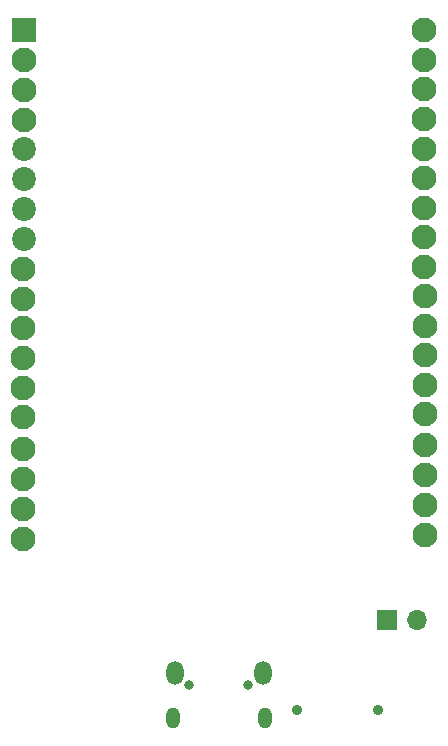
<source format=gbr>
%TF.GenerationSoftware,KiCad,Pcbnew,(6.0.1)*%
%TF.CreationDate,2022-04-26T22:40:30-05:00*%
%TF.ProjectId,LEDStripBoards,4c454453-7472-4697-9042-6f617264732e,rev?*%
%TF.SameCoordinates,Original*%
%TF.FileFunction,Soldermask,Top*%
%TF.FilePolarity,Negative*%
%FSLAX46Y46*%
G04 Gerber Fmt 4.6, Leading zero omitted, Abs format (unit mm)*
G04 Created by KiCad (PCBNEW (6.0.1)) date 2022-04-26 22:40:30*
%MOMM*%
%LPD*%
G01*
G04 APERTURE LIST*
%ADD10C,2.100000*%
%ADD11R,2.100000X2.100000*%
%ADD12O,1.700000X1.700000*%
%ADD13R,1.700000X1.700000*%
%ADD14C,2.020000*%
%ADD15C,0.900000*%
%ADD16O,1.450000X2.000000*%
%ADD17O,1.150000X1.800000*%
%ADD18O,0.800000X0.800000*%
G04 APERTURE END LIST*
D10*
%TO.C,J1*%
X95046800Y-74525200D03*
D11*
X95046800Y-71985200D03*
%TD*%
D10*
%TO.C,J4*%
X128955800Y-79502000D03*
X128955800Y-77002000D03*
X128955800Y-74502000D03*
X128955800Y-72002000D03*
%TD*%
%TO.C,J5*%
X128981200Y-92016600D03*
X128981200Y-89516600D03*
X128981200Y-87016600D03*
X128981200Y-84516600D03*
X128981200Y-82016600D03*
%TD*%
%TO.C,J6*%
X129006600Y-104513400D03*
X129006600Y-102013400D03*
X129006600Y-99513400D03*
X129006600Y-97013400D03*
X129006600Y-94513400D03*
%TD*%
%TO.C,J7*%
X95050000Y-79550000D03*
X95050000Y-77050000D03*
%TD*%
%TO.C,J8*%
X95000000Y-97225000D03*
X95000000Y-94725000D03*
X95000000Y-92225000D03*
%TD*%
%TO.C,J9*%
X95000000Y-104750000D03*
X95000000Y-102250000D03*
X95000000Y-99750000D03*
%TD*%
D12*
%TO.C,J11*%
X128341200Y-121945400D03*
D13*
X125801200Y-121945400D03*
%TD*%
D10*
%TO.C,J12*%
X95021400Y-115036600D03*
X95021400Y-112496600D03*
X95021400Y-109956600D03*
X95021400Y-107416600D03*
%TD*%
%TO.C,J10*%
X129006600Y-114691000D03*
X129006600Y-112151000D03*
X129006600Y-109611000D03*
X129006600Y-107071000D03*
%TD*%
D14*
%TO.C,J2*%
X95050000Y-89695000D03*
X95050000Y-87155000D03*
X95050000Y-84615000D03*
X95050000Y-82075000D03*
%TD*%
D15*
%TO.C,0/1*%
X118215200Y-129540000D03*
X125015200Y-129540000D03*
%TD*%
D16*
%TO.C,J3*%
X115291960Y-126386980D03*
D17*
X107691960Y-130186980D03*
X115441960Y-130186980D03*
D16*
X107841960Y-126386980D03*
D18*
X114066960Y-127436980D03*
X109066960Y-127436980D03*
%TD*%
M02*

</source>
